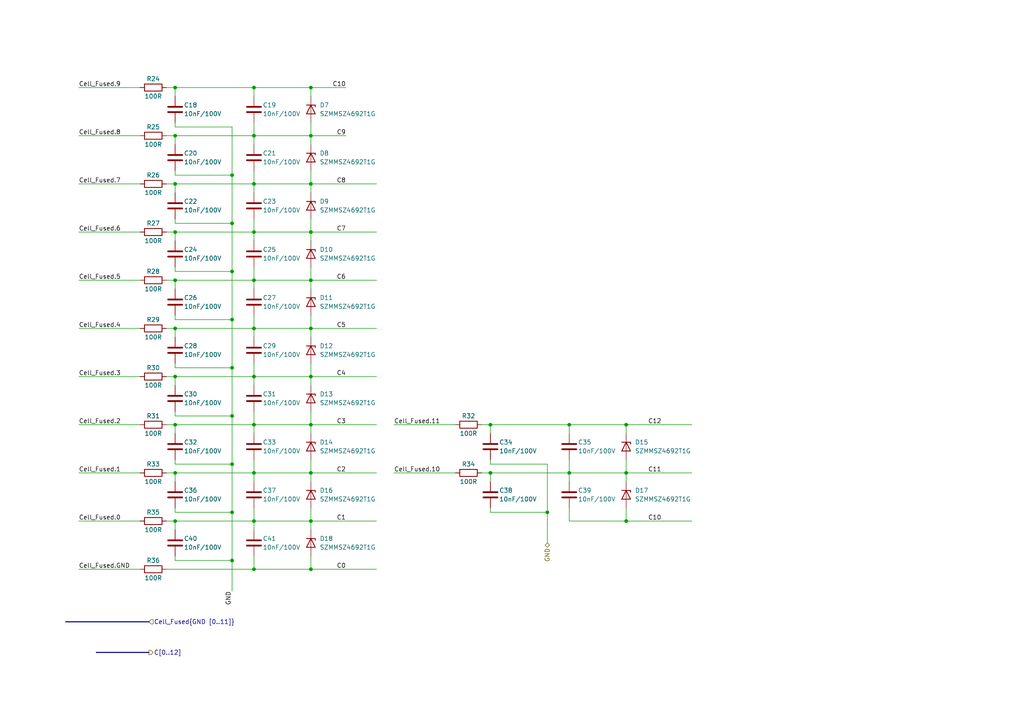
<source format=kicad_sch>
(kicad_sch (version 20230121) (generator eeschema)
  (paper "A4")
  (title_block (title "Input filter") (date "2023-12-30") (rev "V1.0") (company "Valais Wallis Racing Team") (comment 1 "Bétrisey Mattia"))
  (lib_symbols
    (symbol "Device:C" (pin_numbers hide) (pin_names (offset 0.254))
      (property "Reference" "C" (at 0.635 2.54 0))
      (property "Value" "C" (at 0.635 -2.54 0))
      (symbol "C_0_1"
        (polyline (pts (xy -2.032 -0.762) (xy 2.032 -0.762)) (stroke (width 0.508)))
        (polyline (pts (xy -2.032 0.762) (xy 2.032 0.762)) (stroke (width 0.508)))
      )
      (symbol "C_1_1"
        (pin passive line (at 0 3.81 270) (length 2.794) (name "~") (number "1"))
        (pin passive line (at 0 -3.81 90) (length 2.794) (name "~") (number "2"))
      )
    )
    (symbol "Device:D_Zener" (pin_numbers hide) (pin_names (offset 1.016) hide)
      (property "Reference" "D" (at 0 2.54 0))
      (property "Value" "D_Zener" (at 0 -2.54 0))
      (symbol "D_Zener_0_1"
        (polyline (pts (xy 1.27 0) (xy -1.27 0)))
        (polyline (pts (xy -1.27 -1.27) (xy -1.27 1.27) (xy -0.762 1.27)) (stroke (width 0.254)))
        (polyline (pts (xy 1.27 -1.27) (xy 1.27 1.27) (xy -1.27 0) (xy 1.27 -1.27)) (stroke (width 0.254)))
      )
      (symbol "D_Zener_1_1"
        (pin passive line (at -3.81 0 0) (length 2.54) (name "K") (number "1"))
        (pin passive line (at 3.81 0 180) (length 2.54) (name "A") (number "2"))
      )
    )
    (symbol "Device:R" (pin_numbers hide) (pin_names (offset 0))
      (property "Reference" "R" (at 2.032 0 90))
      (property "Value" "R" (at 0 0 90))
      (symbol "R_0_1"
        (rectangle (start -1.016 -2.54) (end 1.016 2.54) (stroke (width 0.254)))
      )
      (symbol "R_1_1"
        (pin passive line (at 0 3.81 270) (length 1.27) (name "~") (number "1"))
        (pin passive line (at 0 -3.81 90) (length 1.27) (name "~") (number "2"))
      )
    )
  )
  (junction (at 50.8 25.4))
  (junction (at 90.17 151.13))
  (junction (at 50.8 95.25))
  (junction (at 90.17 53.34))
  (junction (at 50.8 39.37))
  (junction (at 73.66 123.19))
  (junction (at 142.24 123.19))
  (junction (at 90.17 81.28))
  (junction (at 67.31 106.68))
  (junction (at 73.66 25.4))
  (junction (at 73.66 137.16))
  (junction (at 67.31 162.56))
  (junction (at 90.17 25.4))
  (junction (at 158.75 148.59))
  (junction (at 67.31 148.59))
  (junction (at 181.61 151.13))
  (junction (at 165.1 137.16))
  (junction (at 67.31 50.8))
  (junction (at 50.8 151.13))
  (junction (at 50.8 81.28))
  (junction (at 73.66 67.31))
  (junction (at 90.17 137.16))
  (junction (at 50.8 53.34))
  (junction (at 73.66 165.1))
  (junction (at 67.31 134.62))
  (junction (at 50.8 109.22))
  (junction (at 67.31 64.77))
  (junction (at 165.1 123.19))
  (junction (at 73.66 81.28))
  (junction (at 90.17 165.1))
  (junction (at 90.17 109.22))
  (junction (at 90.17 67.31))
  (junction (at 90.17 95.25))
  (junction (at 73.66 39.37))
  (junction (at 50.8 137.16))
  (junction (at 181.61 123.19))
  (junction (at 90.17 123.19))
  (junction (at 67.31 120.65))
  (junction (at 50.8 123.19))
  (junction (at 181.61 137.16))
  (junction (at 73.66 95.25))
  (junction (at 90.17 39.37))
  (junction (at 67.31 78.74))
  (junction (at 73.66 109.22))
  (junction (at 73.66 53.34))
  (junction (at 73.66 151.13))
  (junction (at 142.24 137.16))
  (junction (at 50.8 67.31))
  (junction (at 67.31 92.71))
  (wire (pts (xy 50.8 123.19) (xy 73.66 123.19)))
  (wire (pts (xy 73.66 81.28) (xy 73.66 83.82)))
  (wire (pts (xy 50.8 39.37) (xy 73.66 39.37)))
  (wire (pts (xy 50.8 39.37) (xy 50.8 41.91)))
  (wire (pts (xy 90.17 81.28) (xy 109.22 81.28)))
  (wire (pts (xy 50.8 109.22) (xy 50.8 111.76)))
  (wire (pts (xy 90.17 77.47) (xy 90.17 81.28)))
  (wire (pts (xy 50.8 25.4) (xy 73.66 25.4)))
  (wire (pts (xy 67.31 36.83) (xy 67.31 50.8)))
  (wire (pts (xy 142.24 123.19) (xy 165.1 123.19)))
  (wire (pts (xy 90.17 151.13) (xy 109.22 151.13)))
  (wire (pts (xy 73.66 105.41) (xy 73.66 109.22)))
  (wire (pts (xy 50.8 50.8) (xy 67.31 50.8)))
  (wire (pts (xy 73.66 109.22) (xy 73.66 111.76)))
  (wire (pts (xy 90.17 63.5) (xy 90.17 67.31)))
  (wire (pts (xy 73.66 81.28) (xy 90.17 81.28)))
  (wire (pts (xy 73.66 91.44) (xy 73.66 95.25)))
  (wire (pts (xy 22.86 81.28) (xy 40.64 81.28)))
  (wire (pts (xy 67.31 106.68) (xy 67.31 120.65)))
  (wire (pts (xy 142.24 147.32) (xy 142.24 148.59)))
  (wire (pts (xy 50.8 147.32) (xy 50.8 148.59)))
  (wire (pts (xy 90.17 67.31) (xy 90.17 69.85)))
  (wire (pts (xy 50.8 133.35) (xy 50.8 134.62)))
  (wire (pts (xy 158.75 148.59) (xy 158.75 157.48)))
  (wire (pts (xy 73.66 67.31) (xy 73.66 69.85)))
  (wire (pts (xy 90.17 137.16) (xy 109.22 137.16)))
  (wire (pts (xy 48.26 123.19) (xy 50.8 123.19)))
  (wire (pts (xy 50.8 151.13) (xy 73.66 151.13)))
  (wire (pts (xy 90.17 95.25) (xy 109.22 95.25)))
  (wire (pts (xy 50.8 81.28) (xy 73.66 81.28)))
  (wire (pts (xy 142.24 123.19) (xy 142.24 125.73)))
  (wire (pts (xy 22.86 123.19) (xy 40.64 123.19)))
  (wire (pts (xy 114.3 137.16) (xy 132.08 137.16)))
  (wire (pts (xy 90.17 39.37) (xy 100.33 39.37)))
  (wire (pts (xy 22.86 109.22) (xy 40.64 109.22)))
  (wire (pts (xy 73.66 63.5) (xy 73.66 67.31)))
  (wire (pts (xy 90.17 109.22) (xy 109.22 109.22)))
  (wire (pts (xy 139.7 137.16) (xy 142.24 137.16)))
  (wire (pts (xy 165.1 151.13) (xy 181.61 151.13)))
  (wire (pts (xy 22.86 95.25) (xy 40.64 95.25)))
  (wire (pts (xy 48.26 25.4) (xy 50.8 25.4)))
  (wire (pts (xy 165.1 137.16) (xy 165.1 139.7)))
  (wire (pts (xy 90.17 95.25) (xy 90.17 97.79)))
  (wire (pts (xy 73.66 25.4) (xy 90.17 25.4)))
  (wire (pts (xy 90.17 133.35) (xy 90.17 137.16)))
  (wire (pts (xy 50.8 25.4) (xy 50.8 27.94)))
  (wire (pts (xy 50.8 81.28) (xy 50.8 83.82)))
  (wire (pts (xy 50.8 161.29) (xy 50.8 162.56)))
  (wire (pts (xy 73.66 49.53) (xy 73.66 53.34)))
  (wire (pts (xy 50.8 64.77) (xy 67.31 64.77)))
  (wire (pts (xy 50.8 123.19) (xy 50.8 125.73)))
  (wire (pts (xy 142.24 137.16) (xy 165.1 137.16)))
  (wire (pts (xy 48.26 109.22) (xy 50.8 109.22)))
  (wire (pts (xy 158.75 134.62) (xy 158.75 148.59)))
  (wire (pts (xy 73.66 123.19) (xy 73.66 125.73)))
  (wire (pts (xy 73.66 95.25) (xy 73.66 97.79)))
  (wire (pts (xy 73.66 119.38) (xy 73.66 123.19)))
  (wire (pts (xy 73.66 35.56) (xy 73.66 39.37)))
  (wire (pts (xy 67.31 64.77) (xy 67.31 78.74)))
  (wire (pts (xy 90.17 35.56) (xy 90.17 39.37)))
  (wire (pts (xy 22.86 137.16) (xy 40.64 137.16)))
  (wire (pts (xy 181.61 133.35) (xy 181.61 137.16)))
  (wire (pts (xy 90.17 81.28) (xy 90.17 83.82)))
  (wire (pts (xy 50.8 162.56) (xy 67.31 162.56)))
  (wire (pts (xy 90.17 123.19) (xy 109.22 123.19)))
  (wire (pts (xy 73.66 39.37) (xy 90.17 39.37)))
  (wire (pts (xy 73.66 133.35) (xy 73.66 137.16)))
  (wire (pts (xy 73.66 67.31) (xy 90.17 67.31)))
  (wire (pts (xy 50.8 120.65) (xy 67.31 120.65)))
  (wire (pts (xy 67.31 120.65) (xy 67.31 134.62)))
  (wire (pts (xy 73.66 109.22) (xy 90.17 109.22)))
  (wire (pts (xy 67.31 162.56) (xy 67.31 171.45)))
  (wire (pts (xy 73.66 151.13) (xy 73.66 153.67)))
  (wire (pts (xy 73.66 161.29) (xy 73.66 165.1)))
  (wire (pts (xy 90.17 109.22) (xy 90.17 111.76)))
  (wire (pts (xy 90.17 119.38) (xy 90.17 123.19)))
  (wire (pts (xy 48.26 151.13) (xy 50.8 151.13)))
  (wire (pts (xy 90.17 39.37) (xy 90.17 41.91)))
  (wire (pts (xy 50.8 92.71) (xy 67.31 92.71)))
  (wire (pts (xy 165.1 123.19) (xy 181.61 123.19)))
  (wire (pts (xy 73.66 123.19) (xy 90.17 123.19)))
  (wire (pts (xy 73.66 137.16) (xy 73.66 139.7)))
  (wire (pts (xy 48.26 165.1) (xy 73.66 165.1)))
  (wire (pts (xy 50.8 106.68) (xy 67.31 106.68)))
  (wire (pts (xy 142.24 133.35) (xy 142.24 134.62)))
  (wire (pts (xy 50.8 49.53) (xy 50.8 50.8)))
  (wire (pts (xy 181.61 137.16) (xy 181.61 139.7)))
  (wire (pts (xy 67.31 50.8) (xy 67.31 64.77)))
  (wire (pts (xy 50.8 36.83) (xy 67.31 36.83)))
  (bus (pts (xy 19.05 180.34) (xy 43.18 180.34)))
  (wire (pts (xy 50.8 77.47) (xy 50.8 78.74)))
  (wire (pts (xy 90.17 25.4) (xy 100.33 25.4)))
  (wire (pts (xy 50.8 134.62) (xy 67.31 134.62)))
  (wire (pts (xy 50.8 91.44) (xy 50.8 92.71)))
  (wire (pts (xy 50.8 137.16) (xy 73.66 137.16)))
  (wire (pts (xy 50.8 119.38) (xy 50.8 120.65)))
  (wire (pts (xy 50.8 67.31) (xy 50.8 69.85)))
  (wire (pts (xy 90.17 123.19) (xy 90.17 125.73)))
  (wire (pts (xy 90.17 53.34) (xy 90.17 55.88)))
  (wire (pts (xy 50.8 95.25) (xy 50.8 97.79)))
  (wire (pts (xy 67.31 148.59) (xy 67.31 162.56)))
  (wire (pts (xy 90.17 91.44) (xy 90.17 95.25)))
  (wire (pts (xy 67.31 134.62) (xy 67.31 148.59)))
  (wire (pts (xy 50.8 78.74) (xy 67.31 78.74)))
  (wire (pts (xy 48.26 39.37) (xy 50.8 39.37)))
  (wire (pts (xy 22.86 53.34) (xy 40.64 53.34)))
  (wire (pts (xy 50.8 63.5) (xy 50.8 64.77)))
  (wire (pts (xy 181.61 123.19) (xy 181.61 125.73)))
  (wire (pts (xy 50.8 53.34) (xy 73.66 53.34)))
  (wire (pts (xy 48.26 53.34) (xy 50.8 53.34)))
  (wire (pts (xy 90.17 147.32) (xy 90.17 151.13)))
  (wire (pts (xy 90.17 25.4) (xy 90.17 27.94)))
  (wire (pts (xy 181.61 147.32) (xy 181.61 151.13)))
  (wire (pts (xy 22.86 25.4) (xy 40.64 25.4)))
  (wire (pts (xy 50.8 53.34) (xy 50.8 55.88)))
  (wire (pts (xy 73.66 25.4) (xy 73.66 27.94)))
  (wire (pts (xy 165.1 137.16) (xy 181.61 137.16)))
  (wire (pts (xy 165.1 147.32) (xy 165.1 151.13)))
  (wire (pts (xy 165.1 133.35) (xy 165.1 137.16)))
  (wire (pts (xy 67.31 92.71) (xy 67.31 106.68)))
  (wire (pts (xy 73.66 53.34) (xy 73.66 55.88)))
  (wire (pts (xy 67.31 78.74) (xy 67.31 92.71)))
  (wire (pts (xy 50.8 148.59) (xy 67.31 148.59)))
  (wire (pts (xy 114.3 123.19) (xy 132.08 123.19)))
  (wire (pts (xy 139.7 123.19) (xy 142.24 123.19)))
  (wire (pts (xy 73.66 151.13) (xy 90.17 151.13)))
  (wire (pts (xy 90.17 49.53) (xy 90.17 53.34)))
  (wire (pts (xy 181.61 137.16) (xy 200.66 137.16)))
  (wire (pts (xy 73.66 77.47) (xy 73.66 81.28)))
  (wire (pts (xy 50.8 109.22) (xy 73.66 109.22)))
  (wire (pts (xy 22.86 67.31) (xy 40.64 67.31)))
  (wire (pts (xy 90.17 137.16) (xy 90.17 139.7)))
  (wire (pts (xy 165.1 123.19) (xy 165.1 125.73)))
  (wire (pts (xy 73.66 147.32) (xy 73.66 151.13)))
  (wire (pts (xy 50.8 137.16) (xy 50.8 139.7)))
  (wire (pts (xy 22.86 151.13) (xy 40.64 151.13)))
  (wire (pts (xy 90.17 105.41) (xy 90.17 109.22)))
  (wire (pts (xy 48.26 81.28) (xy 50.8 81.28)))
  (wire (pts (xy 73.66 165.1) (xy 90.17 165.1)))
  (bus (pts (xy 27.94 189.23) (xy 43.18 189.23)))
  (wire (pts (xy 90.17 67.31) (xy 109.22 67.31)))
  (wire (pts (xy 22.86 165.1) (xy 40.64 165.1)))
  (wire (pts (xy 50.8 67.31) (xy 73.66 67.31)))
  (wire (pts (xy 48.26 67.31) (xy 50.8 67.31)))
  (wire (pts (xy 50.8 151.13) (xy 50.8 153.67)))
  (wire (pts (xy 181.61 151.13) (xy 200.66 151.13)))
  (wire (pts (xy 142.24 148.59) (xy 158.75 148.59)))
  (wire (pts (xy 48.26 137.16) (xy 50.8 137.16)))
  (wire (pts (xy 142.24 134.62) (xy 158.75 134.62)))
  (wire (pts (xy 73.66 53.34) (xy 90.17 53.34)))
  (wire (pts (xy 73.66 95.25) (xy 90.17 95.25)))
  (wire (pts (xy 50.8 105.41) (xy 50.8 106.68)))
  (wire (pts (xy 73.66 39.37) (xy 73.66 41.91)))
  (wire (pts (xy 22.86 39.37) (xy 40.64 39.37)))
  (wire (pts (xy 90.17 53.34) (xy 109.22 53.34)))
  (wire (pts (xy 181.61 123.19) (xy 200.66 123.19)))
  (wire (pts (xy 142.24 137.16) (xy 142.24 139.7)))
  (wire (pts (xy 73.66 137.16) (xy 90.17 137.16)))
  (wire (pts (xy 90.17 165.1) (xy 109.22 165.1)))
  (wire (pts (xy 50.8 95.25) (xy 73.66 95.25)))
  (wire (pts (xy 90.17 151.13) (xy 90.17 153.67)))
  (wire (pts (xy 90.17 161.29) (xy 90.17 165.1)))
  (wire (pts (xy 50.8 35.56) (xy 50.8 36.83)))
  (wire (pts (xy 48.26 95.25) (xy 50.8 95.25)))
  (label "C9" (at 100.33 39.37 180))
  (label "C2" (at 100.33 137.16 180))
  (label "Cell_Fused.2" (at 22.86 123.19 0))
  (label "C1" (at 100.33 151.13 180))
  (label "C12" (at 187.96 123.19 0))
  (label "C5" (at 100.33 95.25 180))
  (label "Cell_Fused.9" (at 22.86 25.4 0))
  (label "C4" (at 100.33 109.22 180))
  (label "Cell_Fused.11" (at 114.3 123.19 0))
  (label "Cell_Fused.3" (at 22.86 109.22 0))
  (label "C6" (at 100.33 81.28 180))
  (label "C8" (at 100.33 53.34 180))
  (label "C3" (at 100.33 123.19 180))
  (label "C10" (at 187.96 151.13 0))
  (label "Cell_Fused.6" (at 22.86 67.31 0))
  (label "GND" (at 67.31 171.45 270))
  (label "Cell_Fused.7" (at 22.86 53.34 0))
  (label "C0" (at 100.33 165.1 180))
  (label "Cell_Fused.GND" (at 22.86 165.1 0))
  (label "C10" (at 100.33 25.4 180))
  (label "Cell_Fused.5" (at 22.86 81.28 0))
  (label "Cell_Fused.4" (at 22.86 95.25 0))
  (label "Cell_Fused.8" (at 22.86 39.37 0))
  (label "C11" (at 187.96 137.16 0))
  (label "Cell_Fused.0" (at 22.86 151.13 0))
  (label "Cell_Fused.1" (at 22.86 137.16 0))
  (label "C7" (at 100.33 67.31 180))
  (label "Cell_Fused.10" (at 114.3 137.16 0))
  (hierarchical_label "Cell_Fused{GND [0..11]}" (shape input) (at 43.18 180.34 0))
  (hierarchical_label "C[0..12]" (shape output) (at 43.18 189.23 0))
  (hierarchical_label "GND" (shape bidirectional) (at 158.75 157.48 270))
  (symbol (lib_id "Device:C") (at 73.66 31.75 0) (unit 1)
    (property "Reference" "C19" (at 76.2 30.48 0) (effects (justify left)))
    (property "Value" "10nF/100V" (at 76.2 33.02 0) (effects (justify left)))
    (property "Footprint" "Capacitor_SMD:C_0603_1608Metric" (effects hide))
    (property "part number" "generic" (effects hide))
    (property "DESCRIPTION" "Capa 10nF/100V" (effects hide))
    (instances (project "BMS-Slave" (path "" (reference "C19") (unit 1)) (path "" (reference "C81") (unit 1))))
  )
  (symbol (lib_id "Device:R") (at 44.45 109.22 90) (unit 1)
    (property "Reference" "R30" (at 44.45 106.68 90))
    (property "Value" "100R" (at 44.45 111.76 90))
    (property "Footprint" "Resistor_SMD:R_0603_1608Metric" (effects hide))
    (property "part number" "generic" (effects hide))
    (property "DESCRIPTION" "Resistor SMD 100R 0603" (effects hide))
    (instances (project "BMS-Slave" (path "" (reference "R30") (unit 1)) (path "" (reference "R138") (unit 1))))
  )
  (symbol (lib_id "Device:C") (at 50.8 45.72 0) (unit 1)
    (property "Reference" "C20" (at 53.34 44.45 0) (effects (justify left)))
    (property "Value" "10nF/100V" (at 53.34 46.99 0) (effects (justify left)))
    (property "Footprint" "Capacitor_SMD:C_0603_1608Metric" (effects hide))
    (property "part number" "generic" (effects hide))
    (property "DESCRIPTION" "Capa 10nF/100V" (effects hide))
    (instances (project "BMS-Slave" (path "" (reference "C20") (unit 1)) (path "" (reference "C82") (unit 1))))
  )
  (symbol (lib_id "Device:C") (at 73.66 45.72 0) (unit 1)
    (property "Reference" "C21" (at 76.2 44.45 0) (effects (justify left)))
    (property "Value" "10nF/100V" (at 76.2 46.99 0) (effects (justify left)))
    (property "Footprint" "Capacitor_SMD:C_0603_1608Metric" (effects hide))
    (property "part number" "generic" (effects hide))
    (property "DESCRIPTION" "Capa 10nF/100V" (effects hide))
    (instances (project "BMS-Slave" (path "" (reference "C21") (unit 1)) (path "" (reference "C83") (unit 1))))
  )
  (symbol (lib_id "Device:R") (at 44.45 25.4 90) (unit 1)
    (property "Reference" "R24" (at 44.45 22.86 90))
    (property "Value" "100R" (at 44.45 27.94 90))
    (property "Footprint" "Resistor_SMD:R_0603_1608Metric" (effects hide))
    (property "part number" "generic" (effects hide))
    (property "DESCRIPTION" "Resistor SMD 100R 0603" (effects hide))
    (instances (project "BMS-Slave" (path "" (reference "R24") (unit 1)) (path "" (reference "R132") (unit 1))))
  )
  (symbol (lib_id "Device:R") (at 44.45 95.25 90) (unit 1)
    (property "Reference" "R29" (at 44.45 92.71 90))
    (property "Value" "100R" (at 44.45 97.79 90))
    (property "Footprint" "Resistor_SMD:R_0603_1608Metric" (effects hide))
    (property "part number" "generic" (effects hide))
    (property "DESCRIPTION" "Resistor SMD 100R 0603" (effects hide))
    (instances (project "BMS-Slave" (path "" (reference "R29") (unit 1)) (path "" (reference "R137") (unit 1))))
  )
  (symbol (lib_id "Device:R") (at 135.89 137.16 90) (unit 1)
    (property "Reference" "R34" (at 135.89 134.62 90))
    (property "Value" "100R" (at 135.89 139.7 90))
    (property "Footprint" "Resistor_SMD:R_0603_1608Metric" (effects hide))
    (property "part number" "generic" (effects hide))
    (property "DESCRIPTION" "Resistor SMD 100R 0603" (effects hide))
    (instances (project "BMS-Slave" (path "" (reference "R34") (unit 1)) (path "" (reference "R142") (unit 1))))
  )
  (symbol (lib_id "Device:C") (at 165.1 143.51 0) (unit 1)
    (property "Reference" "C39" (at 167.64 142.24 0) (effects (justify left)))
    (property "Value" "10nF/100V" (at 167.64 144.78 0) (effects (justify left)))
    (property "Footprint" "Capacitor_SMD:C_0603_1608Metric" (effects hide))
    (property "part number" "generic" (effects hide))
    (property "DESCRIPTION" "Capa 10nF/100V" (effects hide))
    (instances (project "BMS-Slave" (path "" (reference "C39") (unit 1)) (path "" (reference "C101") (unit 1))))
  )
  (symbol (lib_id "Device:D_Zener") (at 90.17 115.57 270) (unit 1)
    (property "Reference" "D13" (at 92.71 114.3 90) (effects (justify left)))
    (property "Value" "SZMMSZ4692T1G" (at 92.71 116.84 90) (effects (justify left)))
    (property "Footprint" "Diode_SMD:D_SOD-123" (effects hide))
    (property "Seller" "Mouser" (effects hide))
    (property "part number" "863-SZMMSZ4692T1G" (effects hide))
    (property "unit price" "0.35" (effects hide))
    (property "DESCRIPTION" "Zener Diodes ZEN REG 0.5W 6.8V" (effects hide))
    (property "Manufacturer_Name" "onsemi" (effects hide))
    (instances (project "BMS-Slave" (path "" (reference "D13") (unit 1)) (path "" (reference "D29") (unit 1))))
  )
  (symbol (lib_id "Device:D_Zener") (at 181.61 129.54 270) (unit 1)
    (property "Reference" "D15" (at 184.15 128.27 90) (effects (justify left)))
    (property "Value" "SZMMSZ4692T1G" (at 184.15 130.81 90) (effects (justify left)))
    (property "Footprint" "Diode_SMD:D_SOD-123" (effects hide))
    (property "Seller" "Mouser" (effects hide))
    (property "part number" "863-SZMMSZ4692T1G" (effects hide))
    (property "unit price" "0.35" (effects hide))
    (property "DESCRIPTION" "Zener Diodes ZEN REG 0.5W 6.8V" (effects hide))
    (property "Manufacturer_Name" "onsemi" (effects hide))
    (instances (project "BMS-Slave" (path "" (reference "D15") (unit 1)) (path "" (reference "D31") (unit 1))))
  )
  (symbol (lib_id "Device:D_Zener") (at 181.61 143.51 270) (unit 1)
    (property "Reference" "D17" (at 184.15 142.24 90) (effects (justify left)))
    (property "Value" "SZMMSZ4692T1G" (at 184.15 144.78 90) (effects (justify left)))
    (property "Footprint" "Diode_SMD:D_SOD-123" (effects hide))
    (property "Seller" "Mouser" (effects hide))
    (property "part number" "863-SZMMSZ4692T1G" (effects hide))
    (property "unit price" "0.35" (effects hide))
    (property "DESCRIPTION" "Zener Diodes ZEN REG 0.5W 6.8V" (effects hide))
    (property "Manufacturer_Name" "onsemi" (effects hide))
    (instances (project "BMS-Slave" (path "" (reference "D17") (unit 1)) (path "" (reference "D33") (unit 1))))
  )
  (symbol (lib_id "Device:C") (at 50.8 59.69 0) (unit 1)
    (property "Reference" "C22" (at 53.34 58.42 0) (effects (justify left)))
    (property "Value" "10nF/100V" (at 53.34 60.96 0) (effects (justify left)))
    (property "Footprint" "Capacitor_SMD:C_0603_1608Metric" (effects hide))
    (property "part number" "generic" (effects hide))
    (property "DESCRIPTION" "Capa 10nF/100V" (effects hide))
    (instances (project "BMS-Slave" (path "" (reference "C22") (unit 1)) (path "" (reference "C84") (unit 1))))
  )
  (symbol (lib_id "Device:R") (at 44.45 165.1 90) (unit 1)
    (property "Reference" "R36" (at 44.45 162.56 90))
    (property "Value" "100R" (at 44.45 167.64 90))
    (property "Footprint" "Resistor_SMD:R_0603_1608Metric" (effects hide))
    (property "part number" "generic" (effects hide))
    (property "DESCRIPTION" "Resistor SMD 100R 0603" (effects hide))
    (instances (project "BMS-Slave" (path "" (reference "R36") (unit 1)) (path "" (reference "R144") (unit 1))))
  )
  (symbol (lib_id "Device:C") (at 165.1 129.54 0) (unit 1)
    (property "Reference" "C35" (at 167.64 128.27 0) (effects (justify left)))
    (property "Value" "10nF/100V" (at 167.64 130.81 0) (effects (justify left)))
    (property "Footprint" "Capacitor_SMD:C_0603_1608Metric" (effects hide))
    (property "part number" "generic" (effects hide))
    (property "DESCRIPTION" "Capa 10nF/100V" (effects hide))
    (instances (project "BMS-Slave" (path "" (reference "C35") (unit 1)) (path "" (reference "C97") (unit 1))))
  )
  (symbol (lib_id "Device:C") (at 73.66 157.48 0) (unit 1)
    (property "Reference" "C41" (at 76.2 156.21 0) (effects (justify left)))
    (property "Value" "10nF/100V" (at 76.2 158.75 0) (effects (justify left)))
    (property "Footprint" "Capacitor_SMD:C_0603_1608Metric" (effects hide))
    (property "part number" "generic" (effects hide))
    (property "DESCRIPTION" "Capa 10nF/100V" (effects hide))
    (instances (project "BMS-Slave" (path "" (reference "C41") (unit 1)) (path "" (reference "C103") (unit 1))))
  )
  (symbol (lib_id "Device:R") (at 44.45 53.34 90) (unit 1)
    (property "Reference" "R26" (at 44.45 50.8 90))
    (property "Value" "100R" (at 44.45 55.88 90))
    (property "Footprint" "Resistor_SMD:R_0603_1608Metric" (effects hide))
    (property "part number" "generic" (effects hide))
    (property "DESCRIPTION" "Resistor SMD 100R 0603" (effects hide))
    (instances (project "BMS-Slave" (path "" (reference "R26") (unit 1)) (path "" (reference "R134") (unit 1))))
  )
  (symbol (lib_id "Device:R") (at 44.45 81.28 90) (unit 1)
    (property "Reference" "R28" (at 44.45 78.74 90))
    (property "Value" "100R" (at 44.45 83.82 90))
    (property "Footprint" "Resistor_SMD:R_0603_1608Metric" (effects hide))
    (property "part number" "generic" (effects hide))
    (property "DESCRIPTION" "Resistor SMD 100R 0603" (effects hide))
    (instances (project "BMS-Slave" (path "" (reference "R28") (unit 1)) (path "" (reference "R136") (unit 1))))
  )
  (symbol (lib_id "Device:C") (at 50.8 101.6 0) (unit 1)
    (property "Reference" "C28" (at 53.34 100.33 0) (effects (justify left)))
    (property "Value" "10nF/100V" (at 53.34 102.87 0) (effects (justify left)))
    (property "Footprint" "Capacitor_SMD:C_0603_1608Metric" (effects hide))
    (property "part number" "generic" (effects hide))
    (property "DESCRIPTION" "Capa 10nF/100V" (effects hide))
    (instances (project "BMS-Slave" (path "" (reference "C28") (unit 1)) (path "" (reference "C90") (unit 1))))
  )
  (symbol (lib_id "Device:R") (at 44.45 39.37 90) (unit 1)
    (property "Reference" "R25" (at 44.45 36.83 90))
    (property "Value" "100R" (at 44.45 41.91 90))
    (property "Footprint" "Resistor_SMD:R_0603_1608Metric" (effects hide))
    (property "part number" "generic" (effects hide))
    (property "DESCRIPTION" "Resistor SMD 100R 0603" (effects hide))
    (instances (project "BMS-Slave" (path "" (reference "R25") (unit 1)) (path "" (reference "R133") (unit 1))))
  )
  (symbol (lib_id "Device:R") (at 44.45 67.31 90) (unit 1)
    (property "Reference" "R27" (at 44.45 64.77 90))
    (property "Value" "100R" (at 44.45 69.85 90))
    (property "Footprint" "Resistor_SMD:R_0603_1608Metric" (effects hide))
    (property "part number" "generic" (effects hide))
    (property "DESCRIPTION" "Resistor SMD 100R 0603" (effects hide))
    (instances (project "BMS-Slave" (path "" (reference "R27") (unit 1)) (path "" (reference "R135") (unit 1))))
  )
  (symbol (lib_id "Device:C") (at 73.66 101.6 0) (unit 1)
    (property "Reference" "C29" (at 76.2 100.33 0) (effects (justify left)))
    (property "Value" "10nF/100V" (at 76.2 102.87 0) (effects (justify left)))
    (property "Footprint" "Capacitor_SMD:C_0603_1608Metric" (effects hide))
    (property "part number" "generic" (effects hide))
    (property "DESCRIPTION" "Capa 10nF/100V" (effects hide))
    (instances (project "BMS-Slave" (path "" (reference "C29") (unit 1)) (path "" (reference "C91") (unit 1))))
  )
  (symbol (lib_id "Device:D_Zener") (at 90.17 73.66 270) (unit 1)
    (property "Reference" "D10" (at 92.71 72.39 90) (effects (justify left)))
    (property "Value" "SZMMSZ4692T1G" (at 92.71 74.93 90) (effects (justify left)))
    (property "Footprint" "Diode_SMD:D_SOD-123" (effects hide))
    (property "Seller" "Mouser" (effects hide))
    (property "part number" "863-SZMMSZ4692T1G" (effects hide))
    (property "unit price" "0.35" (effects hide))
    (property "DESCRIPTION" "Zener Diodes ZEN REG 0.5W 6.8V" (effects hide))
    (property "Manufacturer_Name" "onsemi" (effects hide))
    (instances (project "BMS-Slave" (path "" (reference "D10") (unit 1)) (path "" (reference "D26") (unit 1))))
  )
  (symbol (lib_id "Device:C") (at 73.66 115.57 0) (unit 1)
    (property "Reference" "C31" (at 76.2 114.3 0) (effects (justify left)))
    (property "Value" "10nF/100V" (at 76.2 116.84 0) (effects (justify left)))
    (property "Footprint" "Capacitor_SMD:C_0603_1608Metric" (effects hide))
    (property "part number" "generic" (effects hide))
    (property "DESCRIPTION" "Capa 10nF/100V" (effects hide))
    (instances (project "BMS-Slave" (path "" (reference "C31") (unit 1)) (path "" (reference "C93") (unit 1))))
  )
  (symbol (lib_id "Device:D_Zener") (at 90.17 31.75 270) (unit 1)
    (property "Reference" "D7" (at 92.71 30.48 90) (effects (justify left)))
    (property "Value" "SZMMSZ4692T1G" (at 92.71 33.02 90) (effects (justify left)))
    (property "Footprint" "Diode_SMD:D_SOD-123" (effects hide))
    (property "Seller" "Mouser" (effects hide))
    (property "part number" "863-SZMMSZ4692T1G" (effects hide))
    (property "unit price" "0.35" (effects hide))
    (property "DESCRIPTION" "Zener Diodes ZEN REG 0.5W 6.8V" (effects hide))
    (property "Manufacturer_Name" "onsemi" (effects hide))
    (instances (project "BMS-Slave" (path "" (reference "D7") (unit 1)) (path "" (reference "D23") (unit 1))))
  )
  (symbol (lib_id "Device:C") (at 50.8 87.63 0) (unit 1)
    (property "Reference" "C26" (at 53.34 86.36 0) (effects (justify left)))
    (property "Value" "10nF/100V" (at 53.34 88.9 0) (effects (justify left)))
    (property "Footprint" "Capacitor_SMD:C_0603_1608Metric" (effects hide))
    (property "part number" "generic" (effects hide))
    (property "DESCRIPTION" "Capa 10nF/100V" (effects hide))
    (instances (project "BMS-Slave" (path "" (reference "C26") (unit 1)) (path "" (reference "C88") (unit 1))))
  )
  (symbol (lib_id "Device:C") (at 50.8 143.51 0) (unit 1)
    (property "Reference" "C36" (at 53.34 142.24 0) (effects (justify left)))
    (property "Value" "10nF/100V" (at 53.34 144.78 0) (effects (justify left)))
    (property "Footprint" "Capacitor_SMD:C_0603_1608Metric" (effects hide))
    (property "part number" "generic" (effects hide))
    (property "DESCRIPTION" "Capa 10nF/100V" (effects hide))
    (instances (project "BMS-Slave" (path "" (reference "C36") (unit 1)) (path "" (reference "C98") (unit 1))))
  )
  (symbol (lib_id "Device:C") (at 50.8 129.54 0) (unit 1)
    (property "Reference" "C32" (at 53.34 128.27 0) (effects (justify left)))
    (property "Value" "10nF/100V" (at 53.34 130.81 0) (effects (justify left)))
    (property "Footprint" "Capacitor_SMD:C_0603_1608Metric" (effects hide))
    (property "part number" "generic" (effects hide))
    (property "DESCRIPTION" "Capa 10nF/100V" (effects hide))
    (instances (project "BMS-Slave" (path "" (reference "C32") (unit 1)) (path "" (reference "C94") (unit 1))))
  )
  (symbol (lib_id "Device:R") (at 44.45 123.19 90) (unit 1)
    (property "Reference" "R31" (at 44.45 120.65 90))
    (property "Value" "100R" (at 44.45 125.73 90))
    (property "Footprint" "Resistor_SMD:R_0603_1608Metric" (effects hide))
    (property "part number" "generic" (effects hide))
    (property "DESCRIPTION" "Resistor SMD 100R 0603" (effects hide))
    (instances (project "BMS-Slave" (path "" (reference "R31") (unit 1)) (path "" (reference "R139") (unit 1))))
  )
  (symbol (lib_id "Device:D_Zener") (at 90.17 157.48 270) (unit 1)
    (property "Reference" "D18" (at 92.71 156.21 90) (effects (justify left)))
    (property "Value" "SZMMSZ4692T1G" (at 92.71 158.75 90) (effects (justify left)))
    (property "Footprint" "Diode_SMD:D_SOD-123" (effects hide))
    (property "Seller" "Mouser" (effects hide))
    (property "part number" "863-SZMMSZ4692T1G" (effects hide))
    (property "unit price" "0.35" (effects hide))
    (property "DESCRIPTION" "Zener Diodes ZEN REG 0.5W 6.8V" (effects hide))
    (property "Manufacturer_Name" "onsemi" (effects hide))
    (instances (project "BMS-Slave" (path "" (reference "D18") (unit 1)) (path "" (reference "D34") (unit 1))))
  )
  (symbol (lib_id "Device:D_Zener") (at 90.17 129.54 270) (unit 1)
    (property "Reference" "D14" (at 92.71 128.27 90) (effects (justify left)))
    (property "Value" "SZMMSZ4692T1G" (at 92.71 130.81 90) (effects (justify left)))
    (property "Footprint" "Diode_SMD:D_SOD-123" (effects hide))
    (property "Seller" "Mouser" (effects hide))
    (property "part number" "863-SZMMSZ4692T1G" (effects hide))
    (property "unit price" "0.35" (effects hide))
    (property "DESCRIPTION" "Zener Diodes ZEN REG 0.5W 6.8V" (effects hide))
    (property "Manufacturer_Name" "onsemi" (effects hide))
    (instances (project "BMS-Slave" (path "" (reference "D14") (unit 1)) (path "" (reference "D30") (unit 1))))
  )
  (symbol (lib_id "Device:C") (at 73.66 73.66 0) (unit 1)
    (property "Reference" "C25" (at 76.2 72.39 0) (effects (justify left)))
    (property "Value" "10nF/100V" (at 76.2 74.93 0) (effects (justify left)))
    (property "Footprint" "Capacitor_SMD:C_0603_1608Metric" (effects hide))
    (property "part number" "generic" (effects hide))
    (property "DESCRIPTION" "Capa 10nF/100V" (effects hide))
    (instances (project "BMS-Slave" (path "" (reference "C25") (unit 1)) (path "" (reference "C87") (unit 1))))
  )
  (symbol (lib_id "Device:C") (at 73.66 87.63 0) (unit 1)
    (property "Reference" "C27" (at 76.2 86.36 0) (effects (justify left)))
    (property "Value" "10nF/100V" (at 76.2 88.9 0) (effects (justify left)))
    (property "Footprint" "Capacitor_SMD:C_0603_1608Metric" (effects hide))
    (property "part number" "generic" (effects hide))
    (property "DESCRIPTION" "Capa 10nF/100V" (effects hide))
    (instances (project "BMS-Slave" (path "" (reference "C27") (unit 1)) (path "" (reference "C89") (unit 1))))
  )
  (symbol (lib_id "Device:D_Zener") (at 90.17 87.63 270) (unit 1)
    (property "Reference" "D11" (at 92.71 86.36 90) (effects (justify left)))
    (property "Value" "SZMMSZ4692T1G" (at 92.71 88.9 90) (effects (justify left)))
    (property "Footprint" "Diode_SMD:D_SOD-123" (effects hide))
    (property "Seller" "Mouser" (effects hide))
    (property "part number" "863-SZMMSZ4692T1G" (effects hide))
    (property "unit price" "0.35" (effects hide))
    (property "DESCRIPTION" "Zener Diodes ZEN REG 0.5W 6.8V" (effects hide))
    (property "Manufacturer_Name" "onsemi" (effects hide))
    (instances (project "BMS-Slave" (path "" (reference "D11") (unit 1)) (path "" (reference "D27") (unit 1))))
  )
  (symbol (lib_id "Device:D_Zener") (at 90.17 59.69 270) (unit 1)
    (property "Reference" "D9" (at 92.71 58.42 90) (effects (justify left)))
    (property "Value" "SZMMSZ4692T1G" (at 92.71 60.96 90) (effects (justify left)))
    (property "Footprint" "Diode_SMD:D_SOD-123" (effects hide))
    (property "Seller" "Mouser" (effects hide))
    (property "part number" "863-SZMMSZ4692T1G" (effects hide))
    (property "unit price" "0.35" (effects hide))
    (property "DESCRIPTION" "Zener Diodes ZEN REG 0.5W 6.8V" (effects hide))
    (property "Manufacturer_Name" "onsemi" (effects hide))
    (instances (project "BMS-Slave" (path "" (reference "D9") (unit 1)) (path "" (reference "D25") (unit 1))))
  )
  (symbol (lib_id "Device:C") (at 142.24 143.51 0) (unit 1)
    (property "Reference" "C38" (at 144.78 142.24 0) (effects (justify left)))
    (property "Value" "10nF/100V" (at 144.78 144.78 0) (effects (justify left)))
    (property "Footprint" "Capacitor_SMD:C_0603_1608Metric" (effects hide))
    (property "part number" "generic" (effects hide))
    (property "DESCRIPTION" "Capa 10nF/100V" (effects hide))
    (instances (project "BMS-Slave" (path "" (reference "C38") (unit 1)) (path "" (reference "C100") (unit 1))))
  )
  (symbol (lib_id "Device:R") (at 44.45 137.16 90) (unit 1)
    (property "Reference" "R33" (at 44.45 134.62 90))
    (property "Value" "100R" (at 44.45 139.7 90))
    (property "Footprint" "Resistor_SMD:R_0603_1608Metric" (effects hide))
    (property "part number" "generic" (effects hide))
    (property "DESCRIPTION" "Resistor SMD 100R 0603" (effects hide))
    (instances (project "BMS-Slave" (path "" (reference "R33") (unit 1)) (path "" (reference "R141") (unit 1))))
  )
  (symbol (lib_id "Device:R") (at 135.89 123.19 90) (unit 1)
    (property "Reference" "R32" (at 135.89 120.65 90))
    (property "Value" "100R" (at 135.89 125.73 90))
    (property "Footprint" "Resistor_SMD:R_0603_1608Metric" (effects hide))
    (property "part number" "generic" (effects hide))
    (property "DESCRIPTION" "Resistor SMD 100R 0603" (effects hide))
    (instances (project "BMS-Slave" (path "" (reference "R32") (unit 1)) (path "" (reference "R140") (unit 1))))
  )
  (symbol (lib_id "Device:C") (at 50.8 73.66 0) (unit 1)
    (property "Reference" "C24" (at 53.34 72.39 0) (effects (justify left)))
    (property "Value" "10nF/100V" (at 53.34 74.93 0) (effects (justify left)))
    (property "Footprint" "Capacitor_SMD:C_0603_1608Metric" (effects hide))
    (property "part number" "generic" (effects hide))
    (property "DESCRIPTION" "Capa 10nF/100V" (effects hide))
    (instances (project "BMS-Slave" (path "" (reference "C24") (unit 1)) (path "" (reference "C86") (unit 1))))
  )
  (symbol (lib_id "Device:C") (at 73.66 129.54 0) (unit 1)
    (property "Reference" "C33" (at 76.2 128.27 0) (effects (justify left)))
    (property "Value" "10nF/100V" (at 76.2 130.81 0) (effects (justify left)))
    (property "Footprint" "Capacitor_SMD:C_0603_1608Metric" (effects hide))
    (property "part number" "generic" (effects hide))
    (property "DESCRIPTION" "Capa 10nF/100V" (effects hide))
    (instances (project "BMS-Slave" (path "" (reference "C33") (unit 1)) (path "" (reference "C95") (unit 1))))
  )
  (symbol (lib_id "Device:R") (at 44.45 151.13 90) (unit 1)
    (property "Reference" "R35" (at 44.45 148.59 90))
    (property "Value" "100R" (at 44.45 153.67 90))
    (property "Footprint" "Resistor_SMD:R_0603_1608Metric" (effects hide))
    (property "part number" "generic" (effects hide))
    (property "DESCRIPTION" "Resistor SMD 100R 0603" (effects hide))
    (instances (project "BMS-Slave" (path "" (reference "R35") (unit 1)) (path "" (reference "R143") (unit 1))))
  )
  (symbol (lib_id "Device:C") (at 50.8 31.75 0) (unit 1)
    (property "Reference" "C18" (at 53.34 30.48 0) (effects (justify left)))
    (property "Value" "10nF/100V" (at 53.34 33.02 0) (effects (justify left)))
    (property "Footprint" "Capacitor_SMD:C_0603_1608Metric" (effects hide))
    (property "part number" "generic" (effects hide))
    (property "DESCRIPTION" "Capa 10nF/100V" (effects hide))
    (instances (project "BMS-Slave" (path "" (reference "C18") (unit 1)) (path "" (reference "C80") (unit 1))))
  )
  (symbol (lib_id "Device:C") (at 73.66 143.51 0) (unit 1)
    (property "Reference" "C37" (at 76.2 142.24 0) (effects (justify left)))
    (property "Value" "10nF/100V" (at 76.2 144.78 0) (effects (justify left)))
    (property "Footprint" "Capacitor_SMD:C_0603_1608Metric" (effects hide))
    (property "part number" "generic" (effects hide))
    (property "DESCRIPTION" "Capa 10nF/100V" (effects hide))
    (instances (project "BMS-Slave" (path "" (reference "C37") (unit 1)) (path "" (reference "C99") (unit 1))))
  )
  (symbol (lib_id "Device:D_Zener") (at 90.17 45.72 270) (unit 1)
    (property "Reference" "D8" (at 92.71 44.45 90) (effects (justify left)))
    (property "Value" "SZMMSZ4692T1G" (at 92.71 46.99 90) (effects (justify left)))
    (property "Footprint" "Diode_SMD:D_SOD-123" (effects hide))
    (property "Seller" "Mouser" (effects hide))
    (property "part number" "863-SZMMSZ4692T1G" (effects hide))
    (property "unit price" "0.35" (effects hide))
    (property "DESCRIPTION" "Zener Diodes ZEN REG 0.5W 6.8V" (effects hide))
    (property "Manufacturer_Name" "onsemi" (effects hide))
    (instances (project "BMS-Slave" (path "" (reference "D8") (unit 1)) (path "" (reference "D24") (unit 1))))
  )
  (symbol (lib_id "Device:C") (at 50.8 115.57 0) (unit 1)
    (property "Reference" "C30" (at 53.34 114.3 0) (effects (justify left)))
    (property "Value" "10nF/100V" (at 53.34 116.84 0) (effects (justify left)))
    (property "Footprint" "Capacitor_SMD:C_0603_1608Metric" (effects hide))
    (property "part number" "generic" (effects hide))
    (property "DESCRIPTION" "Capa 10nF/100V" (effects hide))
    (instances (project "BMS-Slave" (path "" (reference "C30") (unit 1)) (path "" (reference "C92") (unit 1))))
  )
  (symbol (lib_id "Device:C") (at 142.24 129.54 0) (unit 1)
    (property "Reference" "C34" (at 144.78 128.27 0) (effects (justify left)))
    (property "Value" "10nF/100V" (at 144.78 130.81 0) (effects (justify left)))
    (property "Footprint" "Capacitor_SMD:C_0603_1608Metric" (effects hide))
    (property "part number" "generic" (effects hide))
    (property "DESCRIPTION" "Capa 10nF/100V" (effects hide))
    (instances (project "BMS-Slave" (path "" (reference "C34") (unit 1)) (path "" (reference "C96") (unit 1))))
  )
  (symbol (lib_id "Device:D_Zener") (at 90.17 101.6 270) (unit 1)
    (property "Reference" "D12" (at 92.71 100.33 90) (effects (justify left)))
    (property "Value" "SZMMSZ4692T1G" (at 92.71 102.87 90) (effects (justify left)))
    (property "Footprint" "Diode_SMD:D_SOD-123" (effects hide))
    (property "Seller" "Mouser" (effects hide))
    (property "part number" "863-SZMMSZ4692T1G" (effects hide))
    (property "unit price" "0.35" (effects hide))
    (property "DESCRIPTION" "Zener Diodes ZEN REG 0.5W 6.8V" (effects hide))
    (property "Manufacturer_Name" "onsemi" (effects hide))
    (instances (project "BMS-Slave" (path "" (reference "D12") (unit 1)) (path "" (reference "D28") (unit 1))))
  )
  (symbol (lib_id "Device:C") (at 50.8 157.48 0) (unit 1)
    (property "Reference" "C40" (at 53.34 156.21 0) (effects (justify left)))
    (property "Value" "10nF/100V" (at 53.34 158.75 0) (effects (justify left)))
    (property "Footprint" "Capacitor_SMD:C_0603_1608Metric" (effects hide))
    (property "part number" "generic" (effects hide))
    (property "DESCRIPTION" "Capa 10nF/100V" (effects hide))
    (instances (project "BMS-Slave" (path "" (reference "C40") (unit 1)) (path "" (reference "C102") (unit 1))))
  )
  (symbol (lib_id "Device:D_Zener") (at 90.17 143.51 270) (unit 1)
    (property "Reference" "D16" (at 92.71 142.24 90) (effects (justify left)))
    (property "Value" "SZMMSZ4692T1G" (at 92.71 144.78 90) (effects (justify left)))
    (property "Footprint" "Diode_SMD:D_SOD-123" (effects hide))
    (property "Seller" "Mouser" (effects hide))
    (property "part number" "863-SZMMSZ4692T1G" (effects hide))
    (property "unit price" "0.35" (effects hide))
    (property "DESCRIPTION" "Zener Diodes ZEN REG 0.5W 6.8V" (effects hide))
    (property "Manufacturer_Name" "onsemi" (effects hide))
    (instances (project "BMS-Slave" (path "" (reference "D16") (unit 1)) (path "" (reference "D32") (unit 1))))
  )
  (symbol (lib_id "Device:C") (at 73.66 59.69 0) (unit 1)
    (property "Reference" "C23" (at 76.2 58.42 0) (effects (justify left)))
    (property "Value" "10nF/100V" (at 76.2 60.96 0) (effects (justify left)))
    (property "Footprint" "Capacitor_SMD:C_0603_1608Metric" (effects hide))
    (property "part number" "generic" (effects hide))
    (property "DESCRIPTION" "Capa 10nF/100V" (effects hide))
    (instances (project "BMS-Slave" (path "" (reference "C23") (unit 1)) (path "" (reference "C85") (unit 1))))
  )
)
</source>
